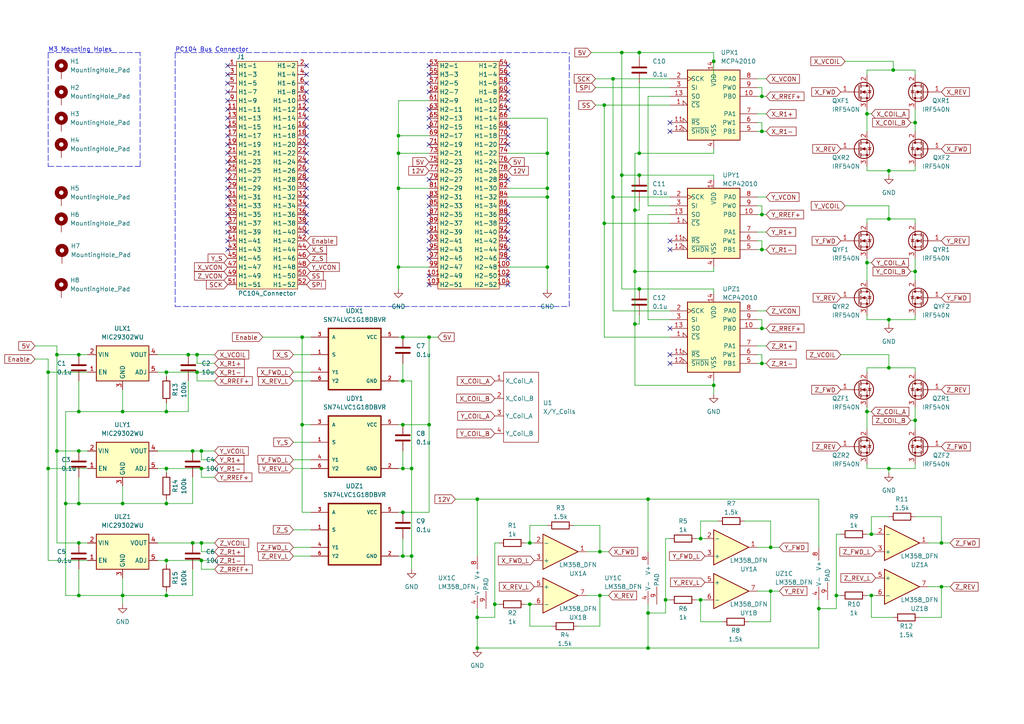
<source format=kicad_sch>
(kicad_sch (version 20211123) (generator eeschema)
  (paper "A4")
  (lib_symbols
    (symbol "Amplifier_Operational:LM358_DFN" (pin_names (offset 0.127))
      (property "Reference" "U" (at 0 5.08 0))
      (property "Value" "LM358_DFN" (at 0 -5.08 0))
      (symbol "LM358_DFN_1_1"
        (pin output line (at 7.62 0 180) (length 2.54) (name "~") (number "1"))
        (pin input line (at -7.62 -2.54 0) (length 2.54) (name "-") (number "2"))
        (pin input line (at -7.62 2.54 0) (length 2.54) (name "+") (number "3"))
      )
      (symbol "LM358_DFN_2_1"
        (pin input line (at -7.62 2.54 0) (length 2.54) (name "+") (number "5"))
        (pin input line (at -7.62 -2.54 0) (length 2.54) (name "-") (number "6"))
        (pin output line (at 7.62 0 180) (length 2.54) (name "~") (number "7"))
      )
      (symbol "LM358_DFN_3_1"
        (pin power_in line (at -2.54 -7.62 90) (length 3.81) (name "V-") (number "4"))
        (pin power_in line (at -2.54 7.62 270) (length 3.81) (name "V+") (number "8"))
        (pin power_in line (at 0 -7.62 90) (length 5.08) (name "PAD") (number "9"))
      )
    )
    (symbol "Coils:X{slash}Y_Coils"
      (property "Reference" "U" (at -11.43 3.81 0))
      (property "Value" "X{slash}Y_Coils" (at -7.62 6.35 0))
      (symbol "X{slash}Y_Coils_1_1"
        (pin unspecified line (at 1.27 -2.54 90) (length 2.54) (name "X_Coil_A") (number "1"))
        (pin unspecified line (at 6.35 -2.54 90) (length 2.54) (name "X_Coil_B") (number "2"))
        (pin unspecified line (at 11.43 -2.54 90) (length 2.54) (name "Y_Coil_A") (number "3"))
        (pin unspecified line (at 16.51 -2.54 90) (length 2.54) (name "Y_Coil_B") (number "4"))
      )
    )
    (symbol "Device:C" (pin_numbers hide) (pin_names (offset 0.254))
      (property "Reference" "C" (at 0.635 2.54 0))
      (property "Value" "C" (at 0.635 -2.54 0))
      (symbol "C_1_1"
        (pin passive line (at 0 3.81 270) (length 2.794) (name "~") (number "1"))
        (pin passive line (at 0 -3.81 90) (length 2.794) (name "~") (number "2"))
      )
    )
    (symbol "Device:R" (pin_numbers hide) (pin_names (offset 0))
      (property "Reference" "R" (at 2.032 0 90))
      (property "Value" "R" (at 0 0 90))
      (symbol "R_1_1"
        (pin passive line (at 0 3.81 270) (length 1.27) (name "~") (number "1"))
        (pin passive line (at 0 -3.81 90) (length 1.27) (name "~") (number "2"))
      )
    )
    (symbol "Mechanical:MountingHole_Pad" (pin_numbers hide) (pin_names (offset 1.016) hide)
      (property "Reference" "H" (at 0 6.35 0))
      (property "Value" "MountingHole_Pad" (at 0 4.445 0))
      (symbol "MountingHole_Pad_1_1"
        (pin input line (at 0 -2.54 90) (length 2.54) (name "1") (number "1"))
      )
    )
    (symbol "Potentiometer_Digital:MCP42010" (pin_names (offset 1.016))
      (property "Reference" "U" (at -7.62 11.43 0))
      (property "Value" "MCP42010" (at 2.54 11.43 0))
      (symbol "MCP42010_1_1"
        (pin input input_low (at -12.7 0 0) (length 5.08) (name "~{CS}") (number "1"))
        (pin passive line (at 12.7 2.54 180) (length 5.08) (name "PB0") (number "10"))
        (pin input input_low (at -12.7 -5.08 0) (length 5.08) (name "~{RS}") (number "11"))
        (pin input input_low (at -12.7 -7.62 0) (length 5.08) (name "~{SHDN}") (number "12"))
        (pin output line (at -12.7 2.54 0) (length 5.08) (name "SO") (number "13"))
        (pin power_in line (at 0 12.7 270) (length 2.54) (name "VDD") (number "14"))
        (pin input clock (at -12.7 7.62 0) (length 5.08) (name "SCK") (number "2"))
        (pin input line (at -12.7 5.08 0) (length 5.08) (name "SI") (number "3"))
        (pin power_in line (at 0 -12.7 90) (length 2.54) (name "VSS") (number "4"))
        (pin passive line (at 12.7 -7.62 180) (length 5.08) (name "PB1") (number "5"))
        (pin passive line (at 12.7 -5.08 180) (length 5.08) (name "PW1") (number "6"))
        (pin passive line (at 12.7 -2.54 180) (length 5.08) (name "PA1") (number "7"))
        (pin passive line (at 12.7 7.62 180) (length 5.08) (name "PA0") (number "8"))
        (pin passive line (at 12.7 5.08 180) (length 5.08) (name "PW0") (number "9"))
      )
    )
    (symbol "Regulator_Linear:MIC29302WU"
      (property "Reference" "U" (at -6.35 6.35 0))
      (property "Value" "MIC29302WU" (at 2.54 6.35 0))
      (symbol "MIC29302WU_1_1"
        (pin input line (at -10.16 -2.54 0) (length 2.54) (name "EN") (number "1"))
        (pin power_in line (at -10.16 2.54 0) (length 2.54) (name "VIN") (number "2"))
        (pin power_in line (at 0 -7.62 90) (length 2.54) (name "GND") (number "3"))
        (pin power_out line (at 10.16 2.54 180) (length 2.54) (name "VOUT") (number "4"))
        (pin input line (at 10.16 -2.54 180) (length 2.54) (name "ADJ") (number "5"))
      )
    )
    (symbol "SN74LVC1G18DBVR:SN74LVC1G18DBVR" (pin_names (offset 1.016))
      (property "Reference" "U" (at -5.08 3.81 0))
      (property "Value" "SN74LVC1G18DBVR" (at -12.7 -19.2278 0))
      (symbol "SN74LVC1G18DBVR_0_0"
        (pin bidirectional line (at -10.16 -5.08 0) (length 5.08) (name "S") (number "1"))
        (pin power_in line (at 15.24 -12.7 180) (length 5.08) (name "GND") (number "2"))
        (pin bidirectional line (at -10.16 0 0) (length 5.08) (name "A") (number "3"))
        (pin bidirectional line (at -10.16 -10.16 0) (length 5.08) (name "Y1") (number "4"))
        (pin power_in line (at 15.24 0 180) (length 5.08) (name "VCC") (number "5"))
        (pin bidirectional line (at -10.16 -12.7 0) (length 5.08) (name "Y2") (number "6"))
      )
    )
    (symbol "Transistor_FET:IRF540N" (pin_names hide)
      (property "Reference" "Q" (at 6.35 1.905 0))
      (property "Value" "IRF540N" (at 6.35 0 0))
      (symbol "IRF540N_1_1"
        (pin input line (at -5.08 0 0) (length 2.54) (name "G") (number "1"))
        (pin passive line (at 2.54 5.08 270) (length 2.54) (name "D") (number "2"))
        (pin passive line (at 2.54 -5.08 90) (length 2.54) (name "S") (number "3"))
      )
    )
    (symbol "power:GND" (power) (pin_names (offset 0))
      (property "Value" "GND" (at 0 -3.81 0))
      (symbol "GND_1_1"
        (pin power_in line (at 0 0 270) (length 0) hide (name "GND") (number "1"))
      )
    )
    (symbol "qset-connector-library:PC104_Connector"
      (property "Reference" "J" (at -36.83 -71.12 0))
      (property "Value" "PC104_Connector" (at -26.67 -71.12 0))
      (symbol "PC104_Connector_1_1"
        (pin bidirectional line (at -40.64 -3.81 0) (length 2.54) (name "H1-1") (number "1"))
        (pin bidirectional line (at -17.78 -13.97 180) (length 2.54) (name "H1-10") (number "10"))
        (pin bidirectional line (at 40.64 -62.23 180) (length 2.54) (name "H2-48") (number "100"))
        (pin bidirectional line (at 17.78 -64.77 0) (length 2.54) (name "H2-49") (number "101"))
        (pin bidirectional line (at 40.64 -64.77 180) (length 2.54) (name "H2-50") (number "102"))
        (pin bidirectional line (at 17.78 -67.31 0) (length 2.54) (name "H2-51") (number "103"))
        (pin bidirectional line (at 40.64 -67.31 180) (length 2.54) (name "H2-52") (number "104"))
        (pin bidirectional line (at -40.64 -16.51 0) (length 2.54) (name "H1-11") (number "11"))
        (pin bidirectional line (at -17.78 -16.51 180) (length 2.54) (name "H1-12") (number "12"))
        (pin bidirectional line (at -40.64 -19.05 0) (length 2.54) (name "H1-13") (number "13"))
        (pin bidirectional line (at -17.78 -19.05 180) (length 2.54) (name "H1-14") (number "14"))
        (pin bidirectional line (at -40.64 -21.59 0) (length 2.54) (name "H1-15") (number "15"))
        (pin bidirectional line (at -17.78 -21.59 180) (length 2.54) (name "H1-16") (number "16"))
        (pin bidirectional line (at -40.64 -24.13 0) (length 2.54) (name "H1-17") (number "17"))
        (pin bidirectional line (at -17.78 -24.13 180) (length 2.54) (name "H1-18") (number "18"))
        (pin bidirectional line (at -40.64 -26.67 0) (length 2.54) (name "H1-19") (number "19"))
        (pin bidirectional line (at -17.78 -3.81 180) (length 2.54) (name "H1-2") (number "2"))
        (pin bidirectional line (at -17.78 -26.67 180) (length 2.54) (name "H1-20") (number "20"))
        (pin bidirectional line (at -40.64 -29.21 0) (length 2.54) (name "H1-21") (number "21"))
        (pin bidirectional line (at -17.78 -29.21 180) (length 2.54) (name "H1-22") (number "22"))
        (pin bidirectional line (at -40.64 -31.75 0) (length 2.54) (name "H1-23") (number "23"))
        (pin bidirectional line (at -17.78 -31.75 180) (length 2.54) (name "H1-24") (number "24"))
        (pin bidirectional line (at -40.64 -34.29 0) (length 2.54) (name "H1-25") (number "25"))
        (pin bidirectional line (at -17.78 -34.29 180) (length 2.54) (name "H1-26") (number "26"))
        (pin bidirectional line (at -40.64 -36.83 0) (length 2.54) (name "H1-27") (number "27"))
        (pin bidirectional line (at -17.78 -36.83 180) (length 2.54) (name "H1-28") (number "28"))
        (pin bidirectional line (at -40.64 -39.37 0) (length 2.54) (name "H1-29") (number "29"))
        (pin bidirectional line (at -40.64 -6.35 0) (length 2.54) (name "H1-3") (number "3"))
        (pin bidirectional line (at -17.78 -39.37 180) (length 2.54) (name "H1-30") (number "30"))
        (pin bidirectional line (at -40.64 -41.91 0) (length 2.54) (name "H1-31") (number "31"))
        (pin bidirectional line (at -17.78 -41.91 180) (length 2.54) (name "H1-32") (number "32"))
        (pin bidirectional line (at -40.64 -44.45 0) (length 2.54) (name "H1-33") (number "33"))
        (pin bidirectional line (at -17.78 -44.45 180) (length 2.54) (name "H1-34") (number "34"))
        (pin bidirectional line (at -40.64 -46.99 0) (length 2.54) (name "H1-35") (number "35"))
        (pin bidirectional line (at -17.78 -46.99 180) (length 2.54) (name "H1-36") (number "36"))
        (pin bidirectional line (at -40.64 -49.53 0) (length 2.54) (name "H1-37") (number "37"))
        (pin bidirectional line (at -17.78 -49.53 180) (length 2.54) (name "H1-38") (number "38"))
        (pin bidirectional line (at -40.64 -52.07 0) (length 2.54) (name "H1-39") (number "39"))
        (pin bidirectional line (at -17.78 -6.35 180) (length 2.54) (name "H1-4") (number "4"))
        (pin bidirectional line (at -17.78 -52.07 180) (length 2.54) (name "H1-40") (number "40"))
        (pin bidirectional line (at -40.64 -54.61 0) (length 2.54) (name "H1-41") (number "41"))
        (pin bidirectional line (at -17.78 -54.61 180) (length 2.54) (name "H1-42") (number "42"))
        (pin bidirectional line (at -40.64 -57.15 0) (length 2.54) (name "H1-43") (number "43"))
        (pin bidirectional line (at -17.78 -57.15 180) (length 2.54) (name "H1-44") (number "44"))
        (pin bidirectional line (at -40.64 -59.69 0) (length 2.54) (name "H1-45") (number "45"))
        (pin bidirectional line (at -17.78 -59.69 180) (length 2.54) (name "H1-46") (number "46"))
        (pin bidirectional line (at -40.64 -62.23 0) (length 2.54) (name "H1-47") (number "47"))
        (pin bidirectional line (at -17.78 -62.23 180) (length 2.54) (name "H1-48") (number "48"))
        (pin bidirectional line (at -40.64 -64.77 0) (length 2.54) (name "H1-49") (number "49"))
        (pin bidirectional line (at -40.64 -8.89 0) (length 2.54) (name "H1-5") (number "5"))
        (pin bidirectional line (at -17.78 -64.77 180) (length 2.54) (name "H1-50") (number "50"))
        (pin bidirectional line (at -40.64 -67.31 0) (length 2.54) (name "H1-51") (number "51"))
        (pin bidirectional line (at -17.78 -67.31 180) (length 2.54) (name "H1-52") (number "52"))
        (pin bidirectional line (at 17.78 -3.81 0) (length 2.54) (name "H2-1") (number "53"))
        (pin bidirectional line (at 40.64 -3.81 180) (length 2.54) (name "H1-2") (number "54"))
        (pin bidirectional line (at 17.78 -6.35 0) (length 2.54) (name "H3-3") (number "55"))
        (pin bidirectional line (at 40.64 -6.35 180) (length 2.54) (name "H1-4") (number "56"))
        (pin bidirectional line (at 17.78 -8.89 0) (length 2.54) (name "H2-5") (number "57"))
        (pin bidirectional line (at 40.64 -8.89 180) (length 2.54) (name "H1-6") (number "58"))
        (pin bidirectional line (at 17.78 -11.43 0) (length 2.54) (name "H2-7") (number "59"))
        (pin bidirectional line (at -17.78 -8.89 180) (length 2.54) (name "H1-6") (number "6"))
        (pin bidirectional line (at 40.64 -11.43 180) (length 2.54) (name "H1-8") (number "60"))
        (pin bidirectional line (at 17.78 -13.97 0) (length 2.54) (name "H2-9") (number "61"))
        (pin bidirectional line (at 40.64 -13.97 180) (length 2.54) (name "H1-10") (number "62"))
        (pin bidirectional line (at 17.78 -16.51 0) (length 2.54) (name "H2-11") (number "63"))
        (pin bidirectional line (at 40.64 -16.51 180) (length 2.54) (name "H1-12") (number "64"))
        (pin bidirectional line (at 17.78 -19.05 0) (length 2.54) (name "H2-13") (number "65"))
        (pin bidirectional line (at 40.64 -19.05 180) (length 2.54) (name "H1-14") (number "66"))
        (pin bidirectional line (at 17.78 -21.59 0) (length 2.54) (name "H2-15") (number "67"))
        (pin bidirectional line (at 40.64 -21.59 180) (length 2.54) (name "H1-16") (number "68"))
        (pin bidirectional line (at 17.78 -24.13 0) (length 2.54) (name "H2-17") (number "69"))
        (pin bidirectional line (at -40.64 -11.43 0) (length 2.54) (name "H1-7") (number "7"))
        (pin bidirectional line (at 40.64 -24.13 180) (length 2.54) (name "H1-18") (number "70"))
        (pin bidirectional line (at 17.78 -26.67 0) (length 2.54) (name "H2-19") (number "71"))
        (pin bidirectional line (at 40.64 -26.67 180) (length 2.54) (name "H1-20") (number "72"))
        (pin bidirectional line (at 17.78 -29.21 0) (length 2.54) (name "H2-21") (number "73"))
        (pin bidirectional line (at 40.64 -29.21 180) (length 2.54) (name "H1-22") (number "74"))
        (pin bidirectional line (at 17.78 -31.75 0) (length 2.54) (name "H2-23") (number "75"))
        (pin bidirectional line (at 40.64 -31.75 180) (length 2.54) (name "H1-24") (number "76"))
        (pin bidirectional line (at 17.78 -34.29 0) (length 2.54) (name "H2-25") (number "77"))
        (pin bidirectional line (at 40.64 -34.29 180) (length 2.54) (name "H1-26") (number "78"))
        (pin bidirectional line (at 17.78 -36.83 0) (length 2.54) (name "H2-27") (number "79"))
        (pin bidirectional line (at -17.78 -11.43 180) (length 2.54) (name "H1-8") (number "8"))
        (pin bidirectional line (at 40.64 -36.83 180) (length 2.54) (name "H1-28") (number "80"))
        (pin bidirectional line (at 17.78 -39.37 0) (length 2.54) (name "H2-29") (number "81"))
        (pin bidirectional line (at 40.64 -39.37 180) (length 2.54) (name "H1-30") (number "82"))
        (pin bidirectional line (at 17.78 -41.91 0) (length 2.54) (name "H2-31") (number "83"))
        (pin bidirectional line (at 40.64 -41.91 180) (length 2.54) (name "H1-32") (number "84"))
        (pin bidirectional line (at 17.78 -44.45 0) (length 2.54) (name "H2-33") (number "85"))
        (pin bidirectional line (at 40.64 -44.45 180) (length 2.54) (name "H1-34") (number "86"))
        (pin bidirectional line (at 17.78 -46.99 0) (length 2.54) (name "H2-35") (number "87"))
        (pin bidirectional line (at 40.64 -46.99 180) (length 2.54) (name "H1-36") (number "88"))
        (pin bidirectional line (at 17.78 -49.53 0) (length 2.54) (name "H2-37") (number "89"))
        (pin bidirectional line (at -40.64 -13.97 0) (length 2.54) (name "H1-9") (number "9"))
        (pin bidirectional line (at 40.64 -49.53 180) (length 2.54) (name "H1-38") (number "90"))
        (pin bidirectional line (at 17.78 -52.07 0) (length 2.54) (name "H2-39") (number "91"))
        (pin bidirectional line (at 40.64 -52.07 180) (length 2.54) (name "H1-40") (number "92"))
        (pin bidirectional line (at 17.78 -54.61 0) (length 2.54) (name "H2-41") (number "93"))
        (pin bidirectional line (at 40.64 -54.61 180) (length 2.54) (name "H1-42") (number "94"))
        (pin bidirectional line (at 17.78 -57.15 0) (length 2.54) (name "H2-43") (number "95"))
        (pin bidirectional line (at 40.64 -57.15 180) (length 2.54) (name "H1-44") (number "96"))
        (pin bidirectional line (at 17.78 -59.69 0) (length 2.54) (name "H2-45") (number "97"))
        (pin bidirectional line (at 40.64 -59.69 180) (length 2.54) (name "H2-46") (number "98"))
        (pin bidirectional line (at 17.78 -62.23 0) (length 2.54) (name "H2-47") (number "99"))
      )
    )
  )
  (junction (at 55.88 157.48))
  (junction (at 116.84 148.59))
  (junction (at 115.57 39.37))
  (junction (at 22.86 119.38))
  (junction (at 158.75 54.61))
  (junction (at 35.56 146.05))
  (junction (at 220.98 27.94))
  (junction (at 257.81 49.53))
  (junction (at 177.8 22.86))
  (junction (at 153.67 175.26))
  (junction (at 22.86 146.05))
  (junction (at 265.43 35.56))
  (junction (at 257.81 106.68))
  (junction (at 143.51 175.26))
  (junction (at 35.56 119.38))
  (junction (at 48.26 172.72))
  (junction (at 48.26 135.89))
  (junction (at 158.75 77.47))
  (junction (at 220.98 95.25))
  (junction (at 16.51 130.81))
  (junction (at 223.52 171.45))
  (junction (at 116.84 123.19))
  (junction (at 48.26 162.56))
  (junction (at 265.43 121.92))
  (junction (at 257.81 92.71))
  (junction (at 252.73 172.72))
  (junction (at 184.15 93.98))
  (junction (at 180.34 15.24))
  (junction (at 185.42 15.24))
  (junction (at 175.26 30.48))
  (junction (at 115.57 54.61))
  (junction (at 220.98 105.41))
  (junction (at 223.52 158.75))
  (junction (at 251.46 33.02))
  (junction (at 158.75 44.45))
  (junction (at 187.96 187.96))
  (junction (at 115.57 77.47))
  (junction (at 58.42 157.48))
  (junction (at 203.2 156.21))
  (junction (at 48.26 107.95))
  (junction (at 124.46 97.79))
  (junction (at 116.84 97.79))
  (junction (at 184.15 60.96))
  (junction (at 119.38 161.29))
  (junction (at 193.04 173.99))
  (junction (at 58.42 135.89))
  (junction (at 273.05 170.18))
  (junction (at 57.15 107.95))
  (junction (at 220.98 38.1))
  (junction (at 251.46 76.2))
  (junction (at 185.42 83.82))
  (junction (at 273.05 157.48))
  (junction (at 257.81 135.89))
  (junction (at 185.42 50.8))
  (junction (at 55.88 130.81))
  (junction (at 116.84 110.49))
  (junction (at 257.81 63.5))
  (junction (at 13.97 107.95))
  (junction (at 57.15 102.87))
  (junction (at 87.63 97.79))
  (junction (at 251.46 119.38))
  (junction (at 119.38 135.89))
  (junction (at 185.42 44.45))
  (junction (at 207.01 111.76))
  (junction (at 259.08 20.32))
  (junction (at 265.43 78.74))
  (junction (at 138.43 144.78))
  (junction (at 237.49 176.53))
  (junction (at 13.97 135.89))
  (junction (at 48.26 119.38))
  (junction (at 180.34 50.8))
  (junction (at 22.86 157.48))
  (junction (at 175.26 64.77))
  (junction (at 22.86 102.87))
  (junction (at 242.57 172.72))
  (junction (at 19.05 146.05))
  (junction (at 220.98 72.39))
  (junction (at 173.99 172.72))
  (junction (at 115.57 44.45))
  (junction (at 35.56 172.72))
  (junction (at 58.42 130.81))
  (junction (at 252.73 154.94))
  (junction (at 220.98 62.23))
  (junction (at 58.42 162.56))
  (junction (at 116.84 135.89))
  (junction (at 207.01 17.78))
  (junction (at 138.43 179.07))
  (junction (at 87.63 123.19))
  (junction (at 177.8 57.15))
  (junction (at 124.46 123.19))
  (junction (at 54.61 102.87))
  (junction (at 184.15 78.74))
  (junction (at 16.51 102.87))
  (junction (at 203.2 173.99))
  (junction (at 153.67 157.48))
  (junction (at 187.96 177.8))
  (junction (at 48.26 146.05))
  (junction (at 158.75 57.15))
  (junction (at 22.86 172.72))
  (junction (at 116.84 161.29))
  (junction (at 173.99 160.02))
  (junction (at 22.86 130.81))
  (junction (at 138.43 187.96))
  (junction (at 187.96 144.78))
  (no_connect (at 194.31 38.1))
  (no_connect (at 194.31 105.41))
  (no_connect (at 124.46 41.91))
  (no_connect (at 147.32 41.91))
  (no_connect (at 66.04 29.21))
  (no_connect (at 66.04 31.75))
  (no_connect (at 66.04 46.99))
  (no_connect (at 66.04 19.05))
  (no_connect (at 66.04 21.59))
  (no_connect (at 66.04 24.13))
  (no_connect (at 66.04 26.67))
  (no_connect (at 66.04 34.29))
  (no_connect (at 66.04 36.83))
  (no_connect (at 66.04 39.37))
  (no_connect (at 66.04 41.91))
  (no_connect (at 66.04 44.45))
  (no_connect (at 66.04 59.69))
  (no_connect (at 66.04 62.23))
  (no_connect (at 66.04 64.77))
  (no_connect (at 66.04 67.31))
  (no_connect (at 66.04 69.85))
  (no_connect (at 66.04 72.39))
  (no_connect (at 88.9 67.31))
  (no_connect (at 88.9 64.77))
  (no_connect (at 88.9 62.23))
  (no_connect (at 88.9 59.69))
  (no_connect (at 66.04 49.53))
  (no_connect (at 66.04 52.07))
  (no_connect (at 66.04 54.61))
  (no_connect (at 66.04 57.15))
  (no_connect (at 88.9 57.15))
  (no_connect (at 88.9 54.61))
  (no_connect (at 88.9 52.07))
  (no_connect (at 88.9 49.53))
  (no_connect (at 88.9 46.99))
  (no_connect (at 88.9 44.45))
  (no_connect (at 88.9 41.91))
  (no_connect (at 88.9 36.83))
  (no_connect (at 88.9 39.37))
  (no_connect (at 88.9 19.05))
  (no_connect (at 88.9 21.59))
  (no_connect (at 88.9 24.13))
  (no_connect (at 88.9 26.67))
  (no_connect (at 88.9 29.21))
  (no_connect (at 88.9 31.75))
  (no_connect (at 88.9 34.29))
  (no_connect (at 124.46 31.75))
  (no_connect (at 124.46 19.05))
  (no_connect (at 124.46 21.59))
  (no_connect (at 124.46 24.13))
  (no_connect (at 124.46 26.67))
  (no_connect (at 124.46 34.29))
  (no_connect (at 124.46 36.83))
  (no_connect (at 124.46 52.07))
  (no_connect (at 124.46 59.69))
  (no_connect (at 124.46 62.23))
  (no_connect (at 124.46 64.77))
  (no_connect (at 124.46 67.31))
  (no_connect (at 124.46 69.85))
  (no_connect (at 124.46 72.39))
  (no_connect (at 124.46 74.93))
  (no_connect (at 124.46 80.01))
  (no_connect (at 124.46 82.55))
  (no_connect (at 147.32 82.55))
  (no_connect (at 147.32 80.01))
  (no_connect (at 147.32 74.93))
  (no_connect (at 147.32 72.39))
  (no_connect (at 147.32 69.85))
  (no_connect (at 147.32 67.31))
  (no_connect (at 147.32 64.77))
  (no_connect (at 147.32 62.23))
  (no_connect (at 147.32 59.69))
  (no_connect (at 147.32 52.07))
  (no_connect (at 194.31 69.85))
  (no_connect (at 194.31 35.56))
  (no_connect (at 194.31 95.25))
  (no_connect (at 124.46 57.15))
  (no_connect (at 194.31 72.39))
  (no_connect (at 194.31 102.87))
  (no_connect (at 147.32 29.21))
  (no_connect (at 147.32 19.05))
  (no_connect (at 147.32 21.59))
  (no_connect (at 147.32 24.13))
  (no_connect (at 147.32 26.67))
  (no_connect (at 147.32 39.37))
  (no_connect (at 147.32 36.83))
  (no_connect (at 147.32 31.75))
  (wire (pts (xy 35.56 172.72) (xy 35.56 175.26)))
  (wire (pts (xy 58.42 138.43) (xy 58.42 135.89)))
  (wire (pts (xy 173.99 181.61) (xy 173.99 172.72)))
  (wire (pts (xy 10.16 104.14) (xy 13.97 104.14)))
  (wire (pts (xy 265.43 134.62) (xy 265.43 135.89)))
  (wire (pts (xy 220.98 27.94) (xy 222.25 27.94)))
  (wire (pts (xy 85.09 128.27) (xy 90.17 128.27)))
  (wire (pts (xy 265.43 48.26) (xy 265.43 49.53)))
  (wire (pts (xy 116.84 135.89) (xy 119.38 135.89)))
  (wire (pts (xy 237.49 176.53) (xy 237.49 187.96)))
  (wire (pts (xy 252.73 172.72) (xy 254 172.72)))
  (wire (pts (xy 187.96 177.8) (xy 187.96 187.96)))
  (wire (pts (xy 116.84 110.49) (xy 119.38 110.49)))
  (wire (pts (xy 87.63 97.79) (xy 87.63 123.19)))
  (wire (pts (xy 138.43 144.78) (xy 138.43 161.29)))
  (wire (pts (xy 251.46 119.38) (xy 252.73 119.38)))
  (wire (pts (xy 219.71 33.02) (xy 222.25 33.02)))
  (wire (pts (xy 252.73 149.86) (xy 257.81 149.86)))
  (wire (pts (xy 138.43 144.78) (xy 187.96 144.78)))
  (wire (pts (xy 19.05 119.38) (xy 22.86 119.38)))
  (wire (pts (xy 185.42 50.8) (xy 207.01 50.8)))
  (wire (pts (xy 147.32 54.61) (xy 158.75 54.61)))
  (wire (pts (xy 158.75 54.61) (xy 158.75 57.15)))
  (wire (pts (xy 207.01 83.82) (xy 207.01 85.09)))
  (wire (pts (xy 45.72 135.89) (xy 48.26 135.89)))
  (polyline (pts (xy 50.8 15.24) (xy 50.8 88.9)))
  (wire (pts (xy 116.84 156.21) (xy 116.84 161.29)))
  (wire (pts (xy 243.84 154.94) (xy 242.57 154.94)))
  (wire (pts (xy 203.2 151.13) (xy 208.28 151.13)))
  (wire (pts (xy 115.57 29.21) (xy 124.46 29.21)))
  (wire (pts (xy 87.63 123.19) (xy 87.63 148.59)))
  (wire (pts (xy 35.56 113.03) (xy 35.56 119.38)))
  (wire (pts (xy 251.46 119.38) (xy 251.46 124.46)))
  (wire (pts (xy 153.67 157.48) (xy 153.67 152.4)))
  (wire (pts (xy 187.96 175.26) (xy 187.96 177.8)))
  (wire (pts (xy 257.81 106.68) (xy 265.43 106.68)))
  (wire (pts (xy 116.84 130.81) (xy 116.84 135.89)))
  (wire (pts (xy 138.43 187.96) (xy 187.96 187.96)))
  (wire (pts (xy 251.46 106.68) (xy 257.81 106.68)))
  (wire (pts (xy 87.63 148.59) (xy 90.17 148.59)))
  (wire (pts (xy 194.31 156.21) (xy 193.04 156.21)))
  (wire (pts (xy 16.51 102.87) (xy 16.51 130.81)))
  (wire (pts (xy 85.09 161.29) (xy 90.17 161.29)))
  (wire (pts (xy 251.46 21.59) (xy 251.46 20.32)))
  (wire (pts (xy 194.31 62.23) (xy 187.96 62.23)))
  (wire (pts (xy 175.26 64.77) (xy 194.31 64.77)))
  (wire (pts (xy 48.26 162.56) (xy 45.72 162.56)))
  (wire (pts (xy 35.56 167.64) (xy 35.56 172.72)))
  (wire (pts (xy 273.05 149.86) (xy 273.05 157.48)))
  (wire (pts (xy 242.57 154.94) (xy 242.57 172.72)))
  (wire (pts (xy 48.26 146.05) (xy 35.56 146.05)))
  (wire (pts (xy 257.81 102.87) (xy 257.81 106.68)))
  (wire (pts (xy 184.15 93.98) (xy 184.15 111.76)))
  (wire (pts (xy 187.96 27.94) (xy 187.96 59.69)))
  (wire (pts (xy 48.26 107.95) (xy 45.72 107.95)))
  (wire (pts (xy 124.46 148.59) (xy 116.84 148.59)))
  (wire (pts (xy 220.98 72.39) (xy 222.25 72.39)))
  (wire (pts (xy 219.71 90.17) (xy 222.25 90.17)))
  (wire (pts (xy 187.96 92.71) (xy 194.31 92.71)))
  (wire (pts (xy 185.42 60.96) (xy 184.15 60.96)))
  (wire (pts (xy 264.16 35.56) (xy 265.43 35.56)))
  (wire (pts (xy 58.42 160.02) (xy 58.42 157.48)))
  (wire (pts (xy 259.08 17.78) (xy 259.08 20.32)))
  (wire (pts (xy 173.99 160.02) (xy 176.53 160.02)))
  (wire (pts (xy 219.71 35.56) (xy 220.98 35.56)))
  (wire (pts (xy 13.97 104.14) (xy 13.97 107.95)))
  (wire (pts (xy 158.75 44.45) (xy 158.75 54.61)))
  (wire (pts (xy 251.46 134.62) (xy 251.46 135.89)))
  (wire (pts (xy 153.67 152.4) (xy 158.75 152.4)))
  (wire (pts (xy 144.78 175.26) (xy 143.51 175.26)))
  (wire (pts (xy 242.57 172.72) (xy 242.57 176.53)))
  (wire (pts (xy 48.26 135.89) (xy 48.26 137.16)))
  (wire (pts (xy 185.42 93.98) (xy 184.15 93.98)))
  (wire (pts (xy 259.08 20.32) (xy 265.43 20.32)))
  (wire (pts (xy 219.71 38.1) (xy 220.98 38.1)))
  (wire (pts (xy 251.46 49.53) (xy 257.81 49.53)))
  (wire (pts (xy 48.26 135.89) (xy 58.42 135.89)))
  (wire (pts (xy 22.86 119.38) (xy 35.56 119.38)))
  (wire (pts (xy 251.46 31.75) (xy 251.46 33.02)))
  (wire (pts (xy 257.81 135.89) (xy 257.81 137.16)))
  (wire (pts (xy 173.99 172.72) (xy 176.53 172.72)))
  (wire (pts (xy 223.52 171.45) (xy 226.06 171.45)))
  (wire (pts (xy 13.97 162.56) (xy 25.4 162.56)))
  (wire (pts (xy 57.15 107.95) (xy 57.15 110.49)))
  (wire (pts (xy 264.16 78.74) (xy 265.43 78.74)))
  (wire (pts (xy 220.98 105.41) (xy 222.25 105.41)))
  (wire (pts (xy 158.75 34.29) (xy 158.75 44.45)))
  (wire (pts (xy 166.37 152.4) (xy 173.99 152.4)))
  (wire (pts (xy 76.2 97.79) (xy 87.63 97.79)))
  (wire (pts (xy 251.46 135.89) (xy 257.81 135.89)))
  (wire (pts (xy 138.43 179.07) (xy 138.43 187.96)))
  (wire (pts (xy 177.8 90.17) (xy 194.31 90.17)))
  (wire (pts (xy 180.34 15.24) (xy 185.42 15.24)))
  (wire (pts (xy 223.52 158.75) (xy 219.71 158.75)))
  (wire (pts (xy 220.98 62.23) (xy 222.25 62.23)))
  (wire (pts (xy 219.71 22.86) (xy 222.25 22.86)))
  (wire (pts (xy 220.98 25.4) (xy 220.98 27.94)))
  (wire (pts (xy 215.9 151.13) (xy 223.52 151.13)))
  (wire (pts (xy 152.4 175.26) (xy 153.67 175.26)))
  (wire (pts (xy 187.96 144.78) (xy 187.96 160.02)))
  (wire (pts (xy 219.71 57.15) (xy 222.25 57.15)))
  (wire (pts (xy 187.96 59.69) (xy 194.31 59.69)))
  (wire (pts (xy 173.99 160.02) (xy 170.18 160.02)))
  (wire (pts (xy 219.71 105.41) (xy 220.98 105.41)))
  (wire (pts (xy 85.09 107.95) (xy 90.17 107.95)))
  (wire (pts (xy 177.8 57.15) (xy 194.31 57.15)))
  (wire (pts (xy 48.26 109.22) (xy 48.26 107.95)))
  (wire (pts (xy 203.2 173.99) (xy 203.2 180.34)))
  (wire (pts (xy 55.88 138.43) (xy 55.88 146.05)))
  (wire (pts (xy 219.71 102.87) (xy 220.98 102.87)))
  (wire (pts (xy 251.46 48.26) (xy 251.46 49.53)))
  (polyline (pts (xy 13.97 15.24) (xy 13.97 48.26)))
  (wire (pts (xy 22.86 102.87) (xy 25.4 102.87)))
  (wire (pts (xy 266.7 179.07) (xy 273.05 179.07)))
  (wire (pts (xy 143.51 157.48) (xy 143.51 175.26)))
  (wire (pts (xy 57.15 105.41) (xy 62.23 105.41)))
  (wire (pts (xy 115.57 77.47) (xy 115.57 83.82)))
  (wire (pts (xy 119.38 161.29) (xy 119.38 165.1)))
  (wire (pts (xy 54.61 110.49) (xy 54.61 119.38)))
  (wire (pts (xy 171.45 15.24) (xy 180.34 15.24)))
  (wire (pts (xy 257.81 49.53) (xy 265.43 49.53)))
  (wire (pts (xy 194.31 173.99) (xy 193.04 173.99)))
  (wire (pts (xy 265.43 78.74) (xy 265.43 81.28)))
  (wire (pts (xy 22.86 157.48) (xy 25.4 157.48)))
  (wire (pts (xy 180.34 50.8) (xy 185.42 50.8)))
  (wire (pts (xy 184.15 111.76) (xy 207.01 111.76)))
  (wire (pts (xy 245.11 59.69) (xy 257.81 59.69)))
  (wire (pts (xy 207.01 44.45) (xy 207.01 43.18)))
  (wire (pts (xy 48.26 119.38) (xy 35.56 119.38)))
  (wire (pts (xy 173.99 172.72) (xy 170.18 172.72)))
  (wire (pts (xy 185.42 15.24) (xy 207.01 15.24)))
  (wire (pts (xy 203.2 173.99) (xy 204.47 173.99)))
  (wire (pts (xy 207.01 78.74) (xy 184.15 78.74)))
  (wire (pts (xy 177.8 22.86) (xy 177.8 57.15)))
  (wire (pts (xy 265.43 121.92) (xy 265.43 124.46)))
  (wire (pts (xy 251.46 91.44) (xy 251.46 92.71)))
  (polyline (pts (xy 50.8 88.9) (xy 165.1 88.9)))
  (wire (pts (xy 220.98 95.25) (xy 222.25 95.25)))
  (wire (pts (xy 173.99 152.4) (xy 173.99 160.02)))
  (wire (pts (xy 207.01 50.8) (xy 207.01 52.07)))
  (wire (pts (xy 19.05 146.05) (xy 19.05 172.72)))
  (wire (pts (xy 177.8 22.86) (xy 194.31 22.86)))
  (wire (pts (xy 143.51 179.07) (xy 138.43 179.07)))
  (wire (pts (xy 62.23 165.1) (xy 58.42 165.1)))
  (wire (pts (xy 265.43 20.32) (xy 265.43 21.59)))
  (wire (pts (xy 203.2 156.21) (xy 203.2 151.13)))
  (wire (pts (xy 201.93 173.99) (xy 203.2 173.99)))
  (polyline (pts (xy 40.64 48.26) (xy 40.64 15.24)))
  (wire (pts (xy 203.2 156.21) (xy 204.47 156.21)))
  (wire (pts (xy 252.73 172.72) (xy 252.73 179.07)))
  (wire (pts (xy 144.78 157.48) (xy 143.51 157.48)))
  (wire (pts (xy 207.01 15.24) (xy 207.01 17.78)))
  (wire (pts (xy 219.71 100.33) (xy 222.25 100.33)))
  (wire (pts (xy 58.42 162.56) (xy 62.23 162.56)))
  (wire (pts (xy 265.43 91.44) (xy 265.43 92.71)))
  (wire (pts (xy 223.52 151.13) (xy 223.52 158.75)))
  (wire (pts (xy 85.09 135.89) (xy 90.17 135.89)))
  (wire (pts (xy 116.84 105.41) (xy 116.84 110.49)))
  (wire (pts (xy 252.73 154.94) (xy 252.73 149.86)))
  (wire (pts (xy 207.01 111.76) (xy 207.01 110.49)))
  (wire (pts (xy 273.05 170.18) (xy 275.59 170.18)))
  (wire (pts (xy 273.05 157.48) (xy 269.24 157.48)))
  (wire (pts (xy 115.57 39.37) (xy 115.57 29.21)))
  (wire (pts (xy 19.05 119.38) (xy 19.05 146.05)))
  (wire (pts (xy 184.15 78.74) (xy 184.15 93.98)))
  (wire (pts (xy 223.52 180.34) (xy 223.52 171.45)))
  (wire (pts (xy 153.67 175.26) (xy 153.67 181.61)))
  (wire (pts (xy 187.96 62.23) (xy 187.96 92.71)))
  (wire (pts (xy 158.75 77.47) (xy 158.75 83.82)))
  (wire (pts (xy 251.46 33.02) (xy 252.73 33.02)))
  (wire (pts (xy 193.04 156.21) (xy 193.04 173.99)))
  (wire (pts (xy 220.98 35.56) (xy 220.98 38.1)))
  (wire (pts (xy 87.63 123.19) (xy 90.17 123.19)))
  (wire (pts (xy 116.84 97.79) (xy 124.46 97.79)))
  (wire (pts (xy 116.84 161.29) (xy 119.38 161.29)))
  (wire (pts (xy 45.72 102.87) (xy 54.61 102.87)))
  (wire (pts (xy 85.09 110.49) (xy 90.17 110.49)))
  (wire (pts (xy 16.51 130.81) (xy 22.86 130.81)))
  (wire (pts (xy 115.57 44.45) (xy 115.57 54.61)))
  (wire (pts (xy 167.64 181.61) (xy 173.99 181.61)))
  (wire (pts (xy 85.09 133.35) (xy 90.17 133.35)))
  (wire (pts (xy 16.51 102.87) (xy 22.86 102.87)))
  (wire (pts (xy 147.32 44.45) (xy 158.75 44.45)))
  (wire (pts (xy 58.42 133.35) (xy 58.42 130.81)))
  (wire (pts (xy 185.42 58.42) (xy 185.42 60.96)))
  (wire (pts (xy 251.46 107.95) (xy 251.46 106.68)))
  (wire (pts (xy 251.46 64.77) (xy 251.46 63.5)))
  (wire (pts (xy 265.43 63.5) (xy 265.43 64.77)))
  (wire (pts (xy 143.51 175.26) (xy 143.51 179.07)))
  (wire (pts (xy 115.57 54.61) (xy 115.57 77.47)))
  (wire (pts (xy 13.97 135.89) (xy 25.4 135.89)))
  (wire (pts (xy 257.81 135.89) (xy 265.43 135.89)))
  (wire (pts (xy 153.67 175.26) (xy 154.94 175.26)))
  (wire (pts (xy 264.16 121.92) (xy 265.43 121.92)))
  (wire (pts (xy 22.86 165.1) (xy 22.86 172.72)))
  (wire (pts (xy 223.52 171.45) (xy 219.71 171.45)))
  (wire (pts (xy 35.56 172.72) (xy 48.26 172.72)))
  (wire (pts (xy 138.43 176.53) (xy 138.43 179.07)))
  (wire (pts (xy 251.46 63.5) (xy 257.81 63.5)))
  (wire (pts (xy 243.84 102.87) (xy 257.81 102.87)))
  (wire (pts (xy 187.96 187.96) (xy 237.49 187.96)))
  (wire (pts (xy 22.86 110.49) (xy 22.86 119.38)))
  (wire (pts (xy 180.34 83.82) (xy 185.42 83.82)))
  (wire (pts (xy 245.11 17.78) (xy 259.08 17.78)))
  (wire (pts (xy 193.04 177.8) (xy 187.96 177.8)))
  (wire (pts (xy 203.2 180.34) (xy 209.55 180.34)))
  (wire (pts (xy 119.38 135.89) (xy 119.38 161.29)))
  (wire (pts (xy 124.46 123.19) (xy 116.84 123.19)))
  (wire (pts (xy 35.56 140.97) (xy 35.56 146.05)))
  (wire (pts (xy 147.32 57.15) (xy 158.75 57.15)))
  (wire (pts (xy 223.52 158.75) (xy 226.06 158.75)))
  (wire (pts (xy 180.34 50.8) (xy 180.34 83.82)))
  (wire (pts (xy 257.81 59.69) (xy 257.81 63.5)))
  (wire (pts (xy 45.72 130.81) (xy 55.88 130.81)))
  (wire (pts (xy 48.26 107.95) (xy 57.15 107.95)))
  (wire (pts (xy 116.84 148.59) (xy 115.57 148.59)))
  (wire (pts (xy 207.01 111.76) (xy 207.01 114.3)))
  (wire (pts (xy 201.93 156.21) (xy 203.2 156.21)))
  (wire (pts (xy 185.42 91.44) (xy 185.42 93.98)))
  (wire (pts (xy 273.05 170.18) (xy 269.24 170.18)))
  (wire (pts (xy 265.43 31.75) (xy 265.43 35.56)))
  (wire (pts (xy 48.26 162.56) (xy 58.42 162.56)))
  (wire (pts (xy 119.38 110.49) (xy 119.38 135.89)))
  (wire (pts (xy 48.26 144.78) (xy 48.26 146.05)))
  (wire (pts (xy 124.46 39.37) (xy 115.57 39.37)))
  (wire (pts (xy 19.05 146.05) (xy 22.86 146.05)))
  (wire (pts (xy 219.71 72.39) (xy 220.98 72.39)))
  (wire (pts (xy 175.26 64.77) (xy 175.26 97.79)))
  (wire (pts (xy 207.01 77.47) (xy 207.01 78.74)))
  (wire (pts (xy 219.71 95.25) (xy 220.98 95.25)))
  (wire (pts (xy 48.26 116.84) (xy 48.26 119.38)))
  (wire (pts (xy 175.26 30.48) (xy 194.31 30.48)))
  (wire (pts (xy 217.17 180.34) (xy 223.52 180.34)))
  (wire (pts (xy 124.46 97.79) (xy 124.46 123.19)))
  (wire (pts (xy 45.72 157.48) (xy 55.88 157.48)))
  (wire (pts (xy 219.71 25.4) (xy 220.98 25.4)))
  (wire (pts (xy 257.81 63.5) (xy 265.43 63.5)))
  (wire (pts (xy 115.57 161.29) (xy 116.84 161.29)))
  (wire (pts (xy 48.26 163.83) (xy 48.26 162.56)))
  (wire (pts (xy 10.16 100.33) (xy 16.51 100.33)))
  (polyline (pts (xy 13.97 48.26) (xy 40.64 48.26)))
  (wire (pts (xy 55.88 165.1) (xy 55.88 172.72)))
  (wire (pts (xy 115.57 54.61) (xy 124.46 54.61)))
  (wire (pts (xy 13.97 135.89) (xy 13.97 162.56)))
  (wire (pts (xy 251.46 118.11) (xy 251.46 119.38)))
  (wire (pts (xy 115.57 44.45) (xy 124.46 44.45)))
  (wire (pts (xy 62.23 133.35) (xy 58.42 133.35)))
  (wire (pts (xy 85.09 102.87) (xy 90.17 102.87)))
  (wire (pts (xy 257.81 49.53) (xy 257.81 50.8)))
  (wire (pts (xy 87.63 97.79) (xy 90.17 97.79)))
  (wire (pts (xy 13.97 107.95) (xy 25.4 107.95)))
  (wire (pts (xy 22.86 130.81) (xy 25.4 130.81)))
  (wire (pts (xy 16.51 130.81) (xy 16.51 157.48)))
  (wire (pts (xy 251.46 74.93) (xy 251.46 76.2)))
  (wire (pts (xy 153.67 181.61) (xy 160.02 181.61)))
  (wire (pts (xy 185.42 24.13) (xy 185.42 44.45)))
  (wire (pts (xy 48.26 172.72) (xy 48.26 171.45)))
  (wire (pts (xy 265.43 74.93) (xy 265.43 78.74)))
  (wire (pts (xy 132.08 144.78) (xy 138.43 144.78)))
  (wire (pts (xy 257.81 92.71) (xy 265.43 92.71)))
  (wire (pts (xy 115.57 97.79) (xy 116.84 97.79)))
  (wire (pts (xy 115.57 135.89) (xy 116.84 135.89)))
  (wire (pts (xy 237.49 144.78) (xy 237.49 158.75)))
  (wire (pts (xy 219.71 92.71) (xy 220.98 92.71)))
  (wire (pts (xy 252.73 179.07) (xy 259.08 179.07)))
  (wire (pts (xy 220.98 69.85) (xy 220.98 72.39)))
  (wire (pts (xy 124.46 123.19) (xy 124.46 148.59)))
  (wire (pts (xy 57.15 102.87) (xy 57.15 105.41)))
  (wire (pts (xy 57.15 107.95) (xy 62.23 107.95)))
  (wire (pts (xy 220.98 38.1) (xy 222.25 38.1)))
  (wire (pts (xy 172.72 22.86) (xy 177.8 22.86)))
  (wire (pts (xy 85.09 153.67) (xy 90.17 153.67)))
  (wire (pts (xy 175.26 97.79) (xy 194.31 97.79)))
  (wire (pts (xy 251.46 154.94) (xy 252.73 154.94)))
  (wire (pts (xy 237.49 173.99) (xy 237.49 176.53)))
  (wire (pts (xy 220.98 92.71) (xy 220.98 95.25)))
  (wire (pts (xy 58.42 165.1) (xy 58.42 162.56)))
  (wire (pts (xy 193.04 173.99) (xy 193.04 177.8)))
  (wire (pts (xy 251.46 20.32) (xy 259.08 20.32)))
  (wire (pts (xy 251.46 172.72) (xy 252.73 172.72)))
  (wire (pts (xy 55.88 157.48) (xy 58.42 157.48)))
  (wire (pts (xy 22.86 172.72) (xy 35.56 172.72)))
  (wire (pts (xy 124.46 97.79) (xy 127 97.79)))
  (wire (pts (xy 85.09 158.75) (xy 90.17 158.75)))
  (wire (pts (xy 58.42 157.48) (xy 62.23 157.48)))
  (wire (pts (xy 58.42 135.89) (xy 62.23 135.89)))
  (wire (pts (xy 257.81 92.71) (xy 257.81 93.98)))
  (wire (pts (xy 265.43 118.11) (xy 265.43 121.92)))
  (wire (pts (xy 16.51 157.48) (xy 22.86 157.48)))
  (wire (pts (xy 220.98 102.87) (xy 220.98 105.41)))
  (wire (pts (xy 207.01 22.86) (xy 207.01 17.78)))
  (wire (pts (xy 180.34 15.24) (xy 180.34 50.8)))
  (wire (pts (xy 184.15 60.96) (xy 184.15 78.74)))
  (wire (pts (xy 220.98 59.69) (xy 220.98 62.23)))
  (wire (pts (xy 273.05 157.48) (xy 275.59 157.48)))
  (wire (pts (xy 219.71 27.94) (xy 220.98 27.94)))
  (wire (pts (xy 55.88 172.72) (xy 48.26 172.72)))
  (wire (pts (xy 194.31 27.94) (xy 187.96 27.94)))
  (wire (pts (xy 185.42 83.82) (xy 207.01 83.82)))
  (wire (pts (xy 115.57 39.37) (xy 115.57 44.45)))
  (wire (pts (xy 184.15 44.45) (xy 184.15 60.96)))
  (wire (pts (xy 251.46 76.2) (xy 251.46 81.28)))
  (wire (pts (xy 54.61 119.38) (xy 48.26 119.38)))
  (wire (pts (xy 243.84 172.72) (xy 242.57 172.72)))
  (wire (pts (xy 175.26 30.48) (xy 175.26 64.77)))
  (wire (pts (xy 185.42 44.45) (xy 184.15 44.45)))
  (wire (pts (xy 219.71 59.69) (xy 220.98 59.69)))
  (wire (pts (xy 54.61 102.87) (xy 57.15 102.87)))
  (wire (pts (xy 116.84 123.19) (xy 115.57 123.19)))
  (wire (pts (xy 19.05 172.72) (xy 22.86 172.72)))
  (wire (pts (xy 273.05 179.07) (xy 273.05 170.18)))
  (wire (pts (xy 251.46 92.71) (xy 257.81 92.71)))
  (wire (pts (xy 57.15 102.87) (xy 62.23 102.87)))
  (wire (pts (xy 177.8 57.15) (xy 177.8 90.17)))
  (wire (pts (xy 265.43 106.68) (xy 265.43 107.95)))
  (polyline (pts (xy 50.8 15.24) (xy 165.1 15.24)))
  (wire (pts (xy 115.57 77.47) (xy 124.46 77.47)))
  (wire (pts (xy 185.42 15.24) (xy 185.42 16.51)))
  (wire (pts (xy 265.43 149.86) (xy 273.05 149.86)))
  (polyline (pts (xy 165.1 88.9) (xy 165.1 15.24)))
  (wire (pts (xy 219.71 67.31) (xy 222.25 67.31)))
  (wire (pts (xy 158.75 57.15) (xy 158.75 77.47)))
  (wire (pts (xy 152.4 157.48) (xy 153.67 157.48)))
  (polyline (pts (xy 13.97 15.24) (xy 40.64 15.24)))
  (wire (pts (xy 16.51 100.33) (xy 16.51 102.87)))
  (wire (pts (xy 172.72 25.4) (xy 194.31 25.4)))
  (wire (pts (xy 251.46 33.02) (xy 251.46 38.1)))
  (wire (pts (xy 115.57 110.49) (xy 116.84 110.49)))
  (wire (pts (xy 251.46 76.2) (xy 252.73 76.2)))
  (wire (pts (xy 187.96 144.78) (xy 237.49 144.78)))
  (wire (pts (xy 172.72 30.48) (xy 175.26 30.48)))
  (wire (pts (xy 57.15 110.49) (xy 62.23 110.49)))
  (wire (pts (xy 207.01 44.45) (xy 185.42 44.45)))
  (wire (pts (xy 13.97 107.95) (xy 13.97 135.89)))
  (wire (pts (xy 147.32 34.29) (xy 158.75 34.29)))
  (wire (pts (xy 22.86 146.05) (xy 35.56 146.05)))
  (wire (pts (xy 22.86 138.43) (xy 22.86 146.05)))
  (wire (pts (xy 62.23 160.02) (xy 58.42 160.02)))
  (wire (pts (xy 252.73 154.94) (xy 254 154.94)))
  (wire (pts (xy 58.42 130.81) (xy 62.23 130.81)))
  (wire (pts (xy 62.23 138.43) (xy 58.42 138.43)))
  (wire (pts (xy 242.57 176.53) (xy 237.49 176.53)))
  (wire (pts (xy 147.32 77.47) (xy 158.75 77.47)))
  (wire (pts (xy 55.88 130.81) (xy 58.42 130.81)))
  (wire (pts (xy 219.71 62.23) (xy 220.98 62.23)))
  (wire (pts (xy 55.88 146.05) (xy 48.26 146.05)))
  (wire (pts (xy 153.67 157.48) (xy 154.94 157.48)))
  (wire (pts (xy 265.43 35.56) (xy 265.43 38.1)))
  (wire (pts (xy 219.71 69.85) (xy 220.98 69.85)))
  (text "M3 Mounting Holes\n" (at 13.97 15.24 0) (effects (font (size 1.27 1.27)) (justify left bottom)))
  (text "PC104 Bus Connector" (at 50.8 15.24 0) (effects (font (size 1.27 1.27)) (justify left bottom)))
  (global_label "X_REV" (shape input) (at 176.53 172.72 0) (property "Intersheet References" "${INTERSHEET_REFS}" (effects hide)))
  (global_label "5V" (shape input) (at 10.16 100.33 180) (property "Intersheet References" "${INTERSHEET_REFS}" (effects hide)))
  (global_label "Z_REV" (shape input) (at 243.84 129.54 180) (property "Intersheet References" "${INTERSHEET_REFS}" (effects hide)))
  (global_label "X_COIL_B" (shape input) (at 143.51 115.57 180) (property "Intersheet References" "${INTERSHEET_REFS}" (effects hide)))
  (global_label "Y_REV" (shape input) (at 226.06 171.45 0) (property "Intersheet References" "${INTERSHEET_REFS}" (effects hide)))
  (global_label "Z_R1+" (shape input) (at 222.25 100.33 0) (property "Intersheet References" "${INTERSHEET_REFS}" (effects hide)))
  (global_label "Y_REV" (shape input) (at 273.05 69.85 0) (property "Intersheet References" "${INTERSHEET_REFS}" (effects hide)))
  (global_label "5V" (shape input) (at 124.46 46.99 180) (property "Intersheet References" "${INTERSHEET_REFS}" (effects hide)))
  (global_label "X_RREF+" (shape input) (at 222.25 27.94 0) (property "Intersheet References" "${INTERSHEET_REFS}" (effects hide)))
  (global_label "Z_R1-" (shape input) (at 222.25 105.41 0) (property "Intersheet References" "${INTERSHEET_REFS}" (effects hide)))
  (global_label "Y_REV" (shape input) (at 243.84 86.36 180) (property "Intersheet References" "${INTERSHEET_REFS}" (effects hide)))
  (global_label "Z_VCOIL" (shape input) (at 243.84 102.87 180) (property "Intersheet References" "${INTERSHEET_REFS}" (effects hide)))
  (global_label "Z_FWD" (shape input) (at 273.05 129.54 0) (property "Intersheet References" "${INTERSHEET_REFS}" (effects hide)))
  (global_label "Y_VCOIL" (shape input) (at 62.23 130.81 0) (property "Intersheet References" "${INTERSHEET_REFS}" (effects hide)))
  (global_label "12V" (shape input) (at 147.32 49.53 0) (property "Intersheet References" "${INTERSHEET_REFS}" (effects hide)))
  (global_label "X_VCOIL" (shape input) (at 245.11 17.78 180) (property "Intersheet References" "${INTERSHEET_REFS}" (effects hide)))
  (global_label "X_R1-" (shape input) (at 62.23 107.95 0) (property "Intersheet References" "${INTERSHEET_REFS}" (effects hide)))
  (global_label "SCK" (shape input) (at 66.04 82.55 180) (property "Intersheet References" "${INTERSHEET_REFS}" (effects hide)))
  (global_label "Y_S" (shape input) (at 66.04 74.93 180) (property "Intersheet References" "${INTERSHEET_REFS}" (effects hide)))
  (global_label "Y_VCOIL" (shape input) (at 245.11 59.69 180) (property "Intersheet References" "${INTERSHEET_REFS}" (effects hide)))
  (global_label "X_COIL_A" (shape input) (at 143.51 110.49 180) (property "Intersheet References" "${INTERSHEET_REFS}" (effects hide)))
  (global_label "5V" (shape input) (at 127 97.79 0) (property "Intersheet References" "${INTERSHEET_REFS}" (effects hide)))
  (global_label "Z_R1+" (shape input) (at 62.23 160.02 0) (property "Intersheet References" "${INTERSHEET_REFS}" (effects hide)))
  (global_label "Y_R1-" (shape input) (at 62.23 135.89 0) (property "Intersheet References" "${INTERSHEET_REFS}" (effects hide)))
  (global_label "X_R1-" (shape input) (at 222.25 38.1 0) (property "Intersheet References" "${INTERSHEET_REFS}" (effects hide)))
  (global_label "X_COIL_B" (shape input) (at 264.16 35.56 180) (property "Intersheet References" "${INTERSHEET_REFS}" (effects hide)))
  (global_label "12V" (shape input) (at 124.46 49.53 180) (property "Intersheet References" "${INTERSHEET_REFS}" (effects hide)))
  (global_label "Y_FWD_L" (shape input) (at 204.47 161.29 180) (property "Intersheet References" "${INTERSHEET_REFS}" (effects hide)))
  (global_label "X_VCON" (shape input) (at 66.04 77.47 180) (property "Intersheet References" "${INTERSHEET_REFS}" (effects hide)))
  (global_label "Z_FWD" (shape input) (at 275.59 157.48 0) (property "Intersheet References" "${INTERSHEET_REFS}" (effects hide)))
  (global_label "Y_COIL_B" (shape input) (at 264.16 78.74 180) (property "Intersheet References" "${INTERSHEET_REFS}" (effects hide)))
  (global_label "Y_COIL_B" (shape input) (at 143.51 125.73 180) (property "Intersheet References" "${INTERSHEET_REFS}" (effects hide)))
  (global_label "X_REV_L" (shape input) (at 85.09 110.49 180) (property "Intersheet References" "${INTERSHEET_REFS}" (effects hide)))
  (global_label "Y_RREF+" (shape input) (at 222.25 62.23 0) (property "Intersheet References" "${INTERSHEET_REFS}" (effects hide)))
  (global_label "X_R1+" (shape input) (at 222.25 33.02 0) (property "Intersheet References" "${INTERSHEET_REFS}" (effects hide)))
  (global_label "SPI" (shape input) (at 88.9 82.55 0) (property "Intersheet References" "${INTERSHEET_REFS}" (effects hide)))
  (global_label "Z_RREF+" (shape input) (at 62.23 165.1 0) (property "Intersheet References" "${INTERSHEET_REFS}" (effects hide)))
  (global_label "X_R1+" (shape input) (at 62.23 105.41 0) (property "Intersheet References" "${INTERSHEET_REFS}" (effects hide)))
  (global_label "SCK" (shape input) (at 172.72 22.86 180) (property "Intersheet References" "${INTERSHEET_REFS}" (effects hide)))
  (global_label "Z_REV_L" (shape input) (at 85.09 161.29 180) (property "Intersheet References" "${INTERSHEET_REFS}" (effects hide)))
  (global_label "X_FWD_L" (shape input) (at 154.94 162.56 180) (property "Intersheet References" "${INTERSHEET_REFS}" (effects hide)))
  (global_label "X_FWD" (shape input) (at 176.53 160.02 0) (property "Intersheet References" "${INTERSHEET_REFS}" (effects hide)))
  (global_label "Z_VCOIL" (shape input) (at 62.23 157.48 0) (property "Intersheet References" "${INTERSHEET_REFS}" (effects hide)))
  (global_label "X_VCON" (shape input) (at 222.25 22.86 0) (property "Intersheet References" "${INTERSHEET_REFS}" (effects hide)))
  (global_label "SS" (shape input) (at 88.9 80.01 0) (property "Intersheet References" "${INTERSHEET_REFS}" (effects hide)))
  (global_label "Y_FWD_L" (shape input) (at 85.09 133.35 180) (property "Intersheet References" "${INTERSHEET_REFS}" (effects hide)))
  (global_label "X_S" (shape input) (at 88.9 72.39 0) (property "Intersheet References" "${INTERSHEET_REFS}" (effects hide)))
  (global_label "X_RREF+" (shape input) (at 62.23 110.49 0) (property "Intersheet References" "${INTERSHEET_REFS}" (effects hide)))
  (global_label "12V" (shape input) (at 132.08 144.78 180) (property "Intersheet References" "${INTERSHEET_REFS}" (effects hide)))
  (global_label "X_REV" (shape input) (at 273.05 26.67 0) (property "Intersheet References" "${INTERSHEET_REFS}" (effects hide)))
  (global_label "Z_S" (shape input) (at 85.09 153.67 180) (property "Intersheet References" "${INTERSHEET_REFS}" (effects hide)))
  (global_label "X_FWD" (shape input) (at 273.05 43.18 0) (property "Intersheet References" "${INTERSHEET_REFS}" (effects hide)))
  (global_label "Z_RREF+" (shape input) (at 222.25 95.25 0) (property "Intersheet References" "${INTERSHEET_REFS}" (effects hide)))
  (global_label "Y_COIL_A" (shape input) (at 143.51 120.65 180) (property "Intersheet References" "${INTERSHEET_REFS}" (effects hide)))
  (global_label "X_COIL_A" (shape input) (at 252.73 33.02 0) (property "Intersheet References" "${INTERSHEET_REFS}" (effects hide)))
  (global_label "Y_R1+" (shape input) (at 62.23 133.35 0) (property "Intersheet References" "${INTERSHEET_REFS}" (effects hide)))
  (global_label "X_VCOIL" (shape input) (at 62.23 102.87 0) (property "Intersheet References" "${INTERSHEET_REFS}" (effects hide)))
  (global_label "SS" (shape input) (at 172.72 30.48 180) (property "Intersheet References" "${INTERSHEET_REFS}" (effects hide)))
  (global_label "Z_REV" (shape input) (at 275.59 170.18 0) (property "Intersheet References" "${INTERSHEET_REFS}" (effects hide)))
  (global_label "Z_COIL_A" (shape input) (at 252.73 119.38 0) (property "Intersheet References" "${INTERSHEET_REFS}" (effects hide)))
  (global_label "Y_COIL_A" (shape input) (at 252.73 76.2 0) (property "Intersheet References" "${INTERSHEET_REFS}" (effects hide)))
  (global_label "5V" (shape input) (at 147.32 46.99 0) (property "Intersheet References" "${INTERSHEET_REFS}" (effects hide)))
  (global_label "Y_VCON" (shape input) (at 222.25 57.15 0) (property "Intersheet References" "${INTERSHEET_REFS}" (effects hide)))
  (global_label "Y_S" (shape input) (at 85.09 128.27 180) (property "Intersheet References" "${INTERSHEET_REFS}" (effects hide)))
  (global_label "Y_REV_L" (shape input) (at 204.47 168.91 180) (property "Intersheet References" "${INTERSHEET_REFS}" (effects hide)))
  (global_label "Z_S" (shape input) (at 88.9 74.93 0) (property "Intersheet References" "${INTERSHEET_REFS}" (effects hide)))
  (global_label "Z_VCON" (shape input) (at 222.25 90.17 0) (property "Intersheet References" "${INTERSHEET_REFS}" (effects hide)))
  (global_label "Z_VCON" (shape input) (at 66.04 80.01 180) (property "Intersheet References" "${INTERSHEET_REFS}" (effects hide)))
  (global_label "Z_REV" (shape input) (at 273.05 113.03 0) (property "Intersheet References" "${INTERSHEET_REFS}" (effects hide)))
  (global_label "Y_FWD" (shape input) (at 243.84 69.85 180) (property "Intersheet References" "${INTERSHEET_REFS}" (effects hide)))
  (global_label "Z_FWD_L" (shape input) (at 85.09 158.75 180) (property "Intersheet References" "${INTERSHEET_REFS}" (effects hide)))
  (global_label "X_REV" (shape input) (at 243.84 43.18 180) (property "Intersheet References" "${INTERSHEET_REFS}" (effects hide)))
  (global_label "Enable" (shape input) (at 88.9 69.85 0) (property "Intersheet References" "${INTERSHEET_REFS}" (effects hide)))
  (global_label "Z_COIL_B" (shape input) (at 264.16 121.92 180) (property "Intersheet References" "${INTERSHEET_REFS}" (effects hide)))
  (global_label "Y_FWD" (shape input) (at 273.05 86.36 0) (property "Intersheet References" "${INTERSHEET_REFS}" (effects hide)))
  (global_label "Z_R1-" (shape input) (at 62.23 162.56 0) (property "Intersheet References" "${INTERSHEET_REFS}" (effects hide)))
  (global_label "X_FWD_L" (shape input) (at 85.09 107.95 180) (property "Intersheet References" "${INTERSHEET_REFS}" (effects hide)))
  (global_label "X_REV_L" (shape input) (at 154.94 170.18 180) (property "Intersheet References" "${INTERSHEET_REFS}" (effects hide)))
  (global_label "Enable" (shape input) (at 10.16 104.14 180) (property "Intersheet References" "${INTERSHEET_REFS}" (effects hide)))
  (global_label "Enable" (shape input) (at 76.2 97.79 180) (property "Intersheet References" "${INTERSHEET_REFS}" (effects hide)))
  (global_label "5V" (shape input) (at 171.45 15.24 180) (property "Intersheet References" "${INTERSHEET_REFS}" (effects hide)))
  (global_label "Z_REV_L" (shape input) (at 254 167.64 180) (property "Intersheet References" "${INTERSHEET_REFS}" (effects hide)))
  (global_label "X_S" (shape input) (at 85.09 102.87 180) (property "Intersheet References" "${INTERSHEET_REFS}" (effects hide)))
  (global_label "X_FWD" (shape input) (at 243.84 26.67 180) (property "Intersheet References" "${INTERSHEET_REFS}" (effects hide)))
  (global_label "Y_R1-" (shape input) (at 222.25 72.39 0) (property "Intersheet References" "${INTERSHEET_REFS}" (effects hide)))
  (global_label "Y_R1+" (shape input) (at 222.25 67.31 0) (property "Intersheet References" "${INTERSHEET_REFS}" (effects hide)))
  (global_label "Y_RREF+" (shape input) (at 62.23 138.43 0) (property "Intersheet References" "${INTERSHEET_REFS}" (effects hide)))
  (global_label "Z_FWD" (shape input) (at 243.84 113.03 180) (property "Intersheet References" "${INTERSHEET_REFS}" (effects hide)))
  (global_label "Z_FWD_L" (shape input) (at 254 160.02 180) (property "Intersheet References" "${INTERSHEET_REFS}" (effects hide)))
  (global_label "SPI" (shape input) (at 172.72 25.4 180) (property "Intersheet References" "${INTERSHEET_REFS}" (effects hide)))
  (global_label "Y_FWD" (shape input) (at 226.06 158.75 0) (property "Intersheet References" "${INTERSHEET_REFS}" (effects hide)))
  (global_label "Y_VCON" (shape input) (at 88.9 77.47 0) (property "Intersheet References" "${INTERSHEET_REFS}" (effects hide)))
  (global_label "Y_REV_L" (shape input) (at 85.09 135.89 180) (property "Intersheet References" "${INTERSHEET_REFS}" (effects hide)))
  (symbol (lib_id "Mechanical:MountingHole_Pad") (at 17.78 27.94 0) (unit 1)
    (property "Reference" "H2" (at 20.32 25.3999 0) (effects (justify left)))
    (property "Value" "MountingHole_Pad" (at 20.32 27.9399 0) (effects (justify left)))
    (property "Footprint" "MountingHole:MountingHole_3.2mm_M3_Pad_TopBottom" (effects hide))
  )
  (symbol (lib_id "Transistor_FET:IRF540N") (at 267.97 69.85 0) (mirror y) (unit 1)
    (property "Reference" "QYR1" (at 275.59 72.39 0) (effects (justify left)))
    (property "Value" "IRF540N" (at 275.59 74.93 0) (effects (justify left)))
    (property "Footprint" "IRF540NSTRLPBF:TRANS_IRF540NSTRLPBF" (effects hide))
    (property "Datasheet" "http://www.irf.com/product-info/datasheets/data/irf540n.pdf" (effects hide))
  )
  (symbol (lib_id "Device:R") (at 148.59 157.48 90) (unit 1)
    (property "Reference" "R1" (at 148.59 152.4 90))
    (property "Value" "1k" (at 148.59 154.94 90))
    (property "Footprint" "Resistor_SMD:R_0603_1608Metric" (effects hide))
  )
  (symbol (lib_id "Transistor_FET:IRF540N") (at 267.97 113.03 0) (mirror y) (unit 1)
    (property "Reference" "QZR1" (at 275.59 115.57 0) (effects (justify left)))
    (property "Value" "IRF540N" (at 275.59 118.11 0) (effects (justify left)))
    (property "Footprint" "IRF540NSTRLPBF:TRANS_IRF540NSTRLPBF" (effects hide))
    (property "Datasheet" "http://www.irf.com/product-info/datasheets/data/irf540n.pdf" (effects hide))
  )
  (symbol (lib_id "SN74LVC1G18DBVR:SN74LVC1G18DBVR") (at 100.33 97.79 0) (unit 1)
    (property "Reference" "UDX1" (at 102.87 90.17 0))
    (property "Value" "SN74LVC1G18DBVR" (at 102.87 92.71 0))
    (property "Footprint" "SN74LVC1G18DBVR:SOT95P280X145-6N" (effects hide))
  )
  (symbol (lib_id "Device:C") (at 185.42 20.32 0) (unit 1)
    (property "Reference" "C10" (at 189.23 17.7799 0) (effects (justify left)))
    (property "Value" "0.1u" (at 189.23 21.5899 0) (effects (justify left)))
    (property "Footprint" "Capacitor_SMD:C_0603_1608Metric" (effects hide))
  )
  (symbol (lib_id "Device:C") (at 55.88 134.62 0) (unit 1)
    (property "Reference" "C4" (at 59.69 133.3499 0) (effects (justify left)))
    (property "Value" "10u" (at 59.69 135.8899 0) (effects (justify left)))
    (property "Footprint" "Capacitor_SMD:C_0603_1608Metric" (effects hide))
  )
  (symbol (lib_id "Device:C") (at 22.86 134.62 0) (unit 1)
    (property "Reference" "C3" (at 17.78 133.35 0) (effects (justify left)))
    (property "Value" "0.1u" (at 17.78 135.89 0) (effects (justify left)))
    (property "Footprint" "Capacitor_SMD:C_0603_1608Metric" (effects hide))
  )
  (symbol (lib_id "Transistor_FET:IRF540N") (at 248.92 26.67 0) (unit 1)
    (property "Reference" "QXF1" (at 241.3 29.21 0) (effects (justify left)))
    (property "Value" "IRF540N" (at 241.3 31.75 0) (effects (justify left)))
    (property "Footprint" "IRF540NSTRLPBF:TRANS_IRF540NSTRLPBF" (effects hide))
    (property "Datasheet" "http://www.irf.com/product-info/datasheets/data/irf540n.pdf" (effects hide))
  )
  (symbol (lib_id "Transistor_FET:IRF540N") (at 267.97 129.54 0) (mirror y) (unit 1)
    (property "Reference" "QZF2" (at 275.59 132.08 0) (effects (justify left)))
    (property "Value" "IRF540N" (at 275.59 134.62 0) (effects (justify left)))
    (property "Footprint" "IRF540NSTRLPBF:TRANS_IRF540NSTRLPBF" (effects hide))
    (property "Datasheet" "http://www.irf.com/product-info/datasheets/data/irf540n.pdf" (effects hide))
  )
  (symbol (lib_id "Device:R") (at 162.56 152.4 90) (unit 1)
    (property "Reference" "R3" (at 162.56 147.32 90))
    (property "Value" "1.5k" (at 162.56 149.86 90))
    (property "Footprint" "Resistor_SMD:R_0603_1608Metric" (effects hide))
  )
  (symbol (lib_id "Transistor_FET:IRF540N") (at 248.92 43.18 0) (unit 1)
    (property "Reference" "QXR2" (at 241.3 45.72 0) (effects (justify left)))
    (property "Value" "IRF540N" (at 241.3 48.26 0) (effects (justify left)))
    (property "Footprint" "IRF540NSTRLPBF:TRANS_IRF540NSTRLPBF" (effects hide))
    (property "Datasheet" "http://www.irf.com/product-info/datasheets/data/irf540n.pdf" (effects hide))
  )
  (symbol (lib_id "Mechanical:MountingHole_Pad") (at 17.9721 73.9079 0) (unit 1)
    (property "Reference" "H7" (at 20.5121 71.3678 0) (effects (justify left)))
    (property "Value" "MountingHole_Pad" (at 20.5121 73.9078 0) (effects (justify left)))
    (property "Footprint" "MountingHole:MountingHole_2.2mm_M2_Pad_TopBottom" (effects hide))
  )
  (symbol (lib_id "Device:R") (at 198.12 156.21 90) (unit 1)
    (property "Reference" "R5" (at 198.12 151.13 90))
    (property "Value" "1k" (at 198.12 153.67 90))
    (property "Footprint" "Resistor_SMD:R_0603_1608Metric" (effects hide))
  )
  (symbol (lib_id "Amplifier_Operational:LM358_DFN") (at 162.56 160.02 0) (mirror x) (unit 1)
    (property "Reference" "UX1" (at 167.64 166.37 0))
    (property "Value" "LM358_DFN" (at 167.64 163.83 0))
    (property "Footprint" "Package_DFN_QFN:DFN-8-1EP_2x2mm_P0.5mm_EP1.05x1.75mm" (effects hide))
    (property "Datasheet" "www.st.com/resource/en/datasheet/lm358.pdf" (effects hide))
  )
  (symbol (lib_id "Device:R") (at 262.89 179.07 90) (unit 1)
    (property "Reference" "R12" (at 262.89 181.61 90))
    (property "Value" "1.5k" (at 262.89 184.15 90))
    (property "Footprint" "Resistor_SMD:R_0603_1608Metric" (effects hide))
  )
  (symbol (lib_id "Device:R") (at 212.09 151.13 90) (unit 1)
    (property "Reference" "R7" (at 212.09 146.05 90))
    (property "Value" "1.5k" (at 212.09 148.59 90))
    (property "Footprint" "Resistor_SMD:R_0603_1608Metric" (effects hide))
  )
  (symbol (lib_id "Transistor_FET:IRF540N") (at 267.97 26.67 0) (mirror y) (unit 1)
    (property "Reference" "QXR1" (at 275.59 29.21 0) (effects (justify left)))
    (property "Value" "IRF540N" (at 275.59 31.75 0) (effects (justify left)))
    (property "Footprint" "IRF540NSTRLPBF:TRANS_IRF540NSTRLPBF" (effects hide))
    (property "Datasheet" "http://www.irf.com/product-info/datasheets/data/irf540n.pdf" (effects hide))
  )
  (symbol (lib_id "Transistor_FET:IRF540N") (at 248.92 86.36 0) (unit 1)
    (property "Reference" "QYR2" (at 241.3 88.9 0) (effects (justify left)))
    (property "Value" "IRF540N" (at 241.3 91.44 0) (effects (justify left)))
    (property "Footprint" "IRF540NSTRLPBF:TRANS_IRF540NSTRLPBF" (effects hide))
    (property "Datasheet" "http://www.irf.com/product-info/datasheets/data/irf540n.pdf" (effects hide))
  )
  (symbol (lib_id "Amplifier_Operational:LM358_DFN") (at 212.09 158.75 0) (mirror x) (unit 1)
    (property "Reference" "UY1" (at 217.17 165.1 0))
    (property "Value" "LM358_DFN" (at 217.17 162.56 0))
    (property "Footprint" "Package_DFN_QFN:DFN-8-1EP_2x2mm_P0.5mm_EP1.05x1.75mm" (effects hide))
    (property "Datasheet" "www.st.com/resource/en/datasheet/lm358.pdf" (effects hide))
  )
  (symbol (lib_id "Amplifier_Operational:LM358_DFN") (at 240.03 166.37 0) (unit 3)
    (property "Reference" "UZ1" (at 224.79 166.37 0) (effects (justify left)))
    (property "Value" "LM358_DFN" (at 224.79 168.91 0) (effects (justify left)))
    (property "Footprint" "Package_DFN_QFN:DFN-8-1EP_2x2mm_P0.5mm_EP1.05x1.75mm" (effects hide))
    (property "Datasheet" "www.st.com/resource/en/datasheet/lm358.pdf" (effects hide))
  )
  (symbol (lib_id "Coils:X{slash}Y_Coils") (at 146.05 109.22 270) (unit 1)
    (property "Reference" "U1" (at 157.48 116.8399 90) (effects (justify left)))
    (property "Value" "X/Y_Coils" (at 157.48 119.3799 90) (effects (justify left)))
    (property "Footprint" "CoilFootprints:Front Coils Mount" (effects hide))
  )
  (symbol (lib_id "Regulator_Linear:MIC29302WU") (at 35.56 133.35 0) (unit 1)
    (property "Reference" "ULY1" (at 35.56 123.19 0))
    (property "Value" "MIC29302WU" (at 35.56 125.73 0))
    (property "Footprint" "Package_TO_SOT_SMD:TO-263-5_TabPin3" (effects hide))
    (property "Datasheet" "http://ww1.microchip.com/downloads/en/devicedoc/20005685a.pdf" (effects hide))
  )
  (symbol (lib_id "Device:R") (at 148.59 175.26 90) (unit 1)
    (property "Reference" "R2" (at 148.59 177.8 90))
    (property "Value" "1k" (at 148.59 180.34 90))
    (property "Footprint" "Resistor_SMD:R_0603_1608Metric" (effects hide))
  )
  (symbol (lib_id "Device:C") (at 55.88 161.29 0) (unit 1)
    (property "Reference" "C6" (at 59.69 160.0199 0) (effects (justify left)))
    (property "Value" "10u" (at 59.69 162.5599 0) (effects (justify left)))
    (property "Footprint" "Capacitor_SMD:C_0603_1608Metric" (effects hide))
  )
  (symbol (lib_id "Potentiometer_Digital:MCP42010") (at 207.01 97.79 0) (unit 1)
    (property "Reference" "UPZ1" (at 209.55 83.82 0) (effects (justify left)))
    (property "Value" "MCP42010" (at 209.55 86.36 0) (effects (justify left)))
    (property "Footprint" "MCP42010-E_SL:SOIC127P600X175-14N" (effects hide))
    (property "Datasheet" "http://ww1.microchip.com/downloads/en/DeviceDoc/11195c.pdf" (effects hide))
  )
  (symbol (lib_id "Potentiometer_Digital:MCP42010") (at 207.01 30.48 0) (unit 1)
    (property "Reference" "UPX1" (at 209.0294 15.24 0) (effects (justify left)))
    (property "Value" "MCP42010" (at 209.0294 17.78 0) (effects (justify left)))
    (property "Footprint" "MCP42010-E_SL:SOIC127P600X175-14N" (effects hide))
    (property "Datasheet" "http://ww1.microchip.com/downloads/en/DeviceDoc/11195c.pdf" (effects hide))
  )
  (symbol (lib_id "power:GND") (at 115.57 83.82 0) (unit 1)
    (property "Reference" "#PWR0109" (effects hide))
    (property "Value" "GND" (at 115.57 88.9 0))
  )
  (symbol (lib_id "Mechanical:MountingHole_Pad") (at 17.78 20.32 0) (unit 1)
    (property "Reference" "H1" (at 20.32 17.7799 0) (effects (justify left)))
    (property "Value" "MountingHole_Pad" (at 20.32 20.3199 0) (effects (justify left)))
    (property "Footprint" "MountingHole:MountingHole_3.2mm_M3_Pad_TopBottom" (effects hide))
  )
  (symbol (lib_id "Device:C") (at 185.42 54.61 0) (unit 1)
    (property "Reference" "C11" (at 189.23 53.3399 0) (effects (justify left)))
    (property "Value" "0.1u" (at 189.23 55.8799 0) (effects (justify left)))
    (property "Footprint" "Capacitor_SMD:C_0603_1608Metric" (effects hide))
  )
  (symbol (lib_id "Amplifier_Operational:LM358_DFN") (at 190.5 167.64 0) (unit 3)
    (property "Reference" "UY1" (at 175.26 167.64 0) (effects (justify left)))
    (property "Value" "LM358_DFN" (at 175.26 170.18 0) (effects (justify left)))
    (property "Footprint" "Package_DFN_QFN:DFN-8-1EP_2x2mm_P0.5mm_EP1.05x1.75mm" (effects hide))
    (property "Datasheet" "www.st.com/resource/en/datasheet/lm358.pdf" (effects hide))
  )
  (symbol (lib_id "Device:R") (at 163.83 181.61 90) (unit 1)
    (property "Reference" "R4" (at 163.83 184.15 90))
    (property "Value" "1.5k" (at 163.83 186.69 90))
    (property "Footprint" "Resistor_SMD:R_0603_1608Metric" (effects hide))
  )
  (symbol (lib_id "Device:R") (at 247.65 154.94 90) (unit 1)
    (property "Reference" "R9" (at 247.65 149.86 90))
    (property "Value" "1k" (at 247.65 152.4 90))
    (property "Footprint" "Resistor_SMD:R_0603_1608Metric" (effects hide))
  )
  (symbol (lib_id "Amplifier_Operational:LM358_DFN") (at 212.09 171.45 0) (unit 2)
    (property "Reference" "UY1" (at 217.17 177.8 0))
    (property "Value" "LM358_DFN" (at 217.17 175.26 0))
    (property "Footprint" "Package_DFN_QFN:DFN-8-1EP_2x2mm_P0.5mm_EP1.05x1.75mm" (effects hide))
    (property "Datasheet" "www.st.com/resource/en/datasheet/lm358.pdf" (effects hide))
  )
  (symbol (lib_id "Regulator_Linear:MIC29302WU") (at 35.56 160.02 0) (unit 1)
    (property "Reference" "ULZ1" (at 35.56 149.86 0))
    (property "Value" "MIC29302WU" (at 35.56 152.4 0))
    (property "Footprint" "Package_TO_SOT_SMD:TO-263-5_TabPin3" (effects hide))
    (property "Datasheet" "http://ww1.microchip.com/downloads/en/devicedoc/20005685a.pdf" (effects hide))
  )
  (symbol (lib_id "Transistor_FET:IRF540N") (at 248.92 113.03 0) (unit 1)
    (property "Reference" "QZF1" (at 241.3 115.57 0) (effects (justify left)))
    (property "Value" "IRF540N" (at 241.3 118.11 0) (effects (justify left)))
    (property "Footprint" "IRF540NSTRLPBF:TRANS_IRF540NSTRLPBF" (effects hide))
    (property "Datasheet" "http://www.irf.com/product-info/datasheets/data/irf540n.pdf" (effects hide))
  )
  (symbol (lib_id "SN74LVC1G18DBVR:SN74LVC1G18DBVR") (at 100.33 123.19 0) (unit 1)
    (property "Reference" "UDY1" (at 102.87 115.57 0))
    (property "Value" "SN74LVC1G18DBVR" (at 102.87 118.11 0))
    (property "Footprint" "SN74LVC1G18DBVR:SOT95P280X145-6N" (effects hide))
  )
  (symbol (lib_id "Device:C") (at 54.61 106.68 0) (unit 1)
    (property "Reference" "C2" (at 58.42 105.4099 0) (effects (justify left)))
    (property "Value" "10u" (at 58.42 107.9499 0) (effects (justify left)))
    (property "Footprint" "Capacitor_SMD:C_0603_1608Metric" (effects hide))
  )
  (symbol (lib_id "Mechanical:MountingHole_Pad") (at 17.78 64.77 0) (unit 1)
    (property "Reference" "H6" (at 20.32 62.2299 0) (effects (justify left)))
    (property "Value" "MountingHole_Pad" (at 20.32 64.7699 0) (effects (justify left)))
    (property "Footprint" "MountingHole:MountingHole_2.2mm_M2_Pad_TopBottom" (effects hide))
  )
  (symbol (lib_id "Amplifier_Operational:LM358_DFN") (at 261.62 157.48 0) (mirror x) (unit 1)
    (property "Reference" "UZ1" (at 266.7 163.83 0))
    (property "Value" "LM358_DFN" (at 266.7 161.29 0))
    (property "Footprint" "Package_DFN_QFN:DFN-8-1EP_2x2mm_P0.5mm_EP1.05x1.75mm" (effects hide))
    (property "Datasheet" "www.st.com/resource/en/datasheet/lm358.pdf" (effects hide))
  )
  (symbol (lib_id "Mechanical:MountingHole_Pad") (at 17.78 83.82 0) (unit 1)
    (property "Reference" "H8" (at 20.32 81.2799 0) (effects (justify left)))
    (property "Value" "MountingHole_Pad" (at 20.32 83.8199 0) (effects (justify left)))
    (property "Footprint" "MountingHole:MountingHole_2.2mm_M2_Pad_TopBottom" (effects hide))
  )
  (symbol (lib_id "Device:R") (at 48.26 167.64 180) (unit 1)
    (property "Reference" "R15" (at 50.8 167.64 90))
    (property "Value" "100k" (at 53.34 167.64 90))
    (property "Footprint" "Resistor_SMD:R_0603_1608Metric" (effects hide))
  )
  (symbol (lib_id "Transistor_FET:IRF540N") (at 267.97 43.18 0) (mirror y) (unit 1)
    (property "Reference" "QXF2" (at 275.59 45.72 0) (effects (justify left)))
    (property "Value" "IRF540N" (at 275.59 48.26 0) (effects (justify left)))
    (property "Footprint" "IRF540NSTRLPBF:TRANS_IRF540NSTRLPBF" (effects hide))
    (property "Datasheet" "http://www.irf.com/product-info/datasheets/data/irf540n.pdf" (effects hide))
  )
  (symbol (lib_id "Device:R") (at 48.26 140.97 180) (unit 1)
    (property "Reference" "R14" (at 50.8 140.97 90))
    (property "Value" "100k" (at 53.34 140.97 90))
    (property "Footprint" "Resistor_SMD:R_0603_1608Metric" (effects hide))
  )
  (symbol (lib_id "power:GND") (at 257.81 50.8 0) (unit 1)
    (property "Reference" "#PWR0102" (effects hide))
    (property "Value" "GND" (at 257.81 55.88 0))
  )
  (symbol (lib_id "Mechanical:MountingHole_Pad") (at 17.78 43.18 0) (unit 1)
    (property "Reference" "H4" (at 20.32 40.6399 0) (effects (justify left)))
    (property "Value" "MountingHole_Pad" (at 20.32 43.1799 0) (effects (justify left)))
    (property "Footprint" "MountingHole:MountingHole_3.2mm_M3_Pad_TopBottom" (effects hide))
  )
  (symbol (lib_id "Amplifier_Operational:LM358_DFN") (at 261.62 170.18 0) (unit 2)
    (property "Reference" "UZ1" (at 266.7 176.53 0))
    (property "Value" "LM358_DFN" (at 266.7 173.99 0))
    (property "Footprint" "Package_DFN_QFN:DFN-8-1EP_2x2mm_P0.5mm_EP1.05x1.75mm" (effects hide))
    (property "Datasheet" "www.st.com/resource/en/datasheet/lm358.pdf" (effects hide))
  )
  (symbol (lib_id "SN74LVC1G18DBVR:SN74LVC1G18DBVR") (at 100.33 148.59 0) (unit 1)
    (property "Reference" "UDZ1" (at 102.87 140.97 0))
    (property "Value" "SN74LVC1G18DBVR" (at 102.87 143.51 0))
    (property "Footprint" "SN74LVC1G18DBVR:SOT95P280X145-6N" (effects hide))
  )
  (symbol (lib_id "Device:R") (at 247.65 172.72 90) (unit 1)
    (property "Reference" "R10" (at 247.65 175.26 90))
    (property "Value" "1k" (at 247.65 177.8 90))
    (property "Footprint" "Resistor_SMD:R_0603_1608Metric" (effects hide))
  )
  (symbol (lib_id "power:GND") (at 257.81 137.16 0) (unit 1)
    (property "Reference" "#PWR0107" (effects hide))
    (property "Value" "GND" (at 257.81 142.24 0))
  )
  (symbol (lib_id "power:GND") (at 35.56 175.26 0) (unit 1)
    (property "Reference" "#PWR0105" (effects hide))
    (property "Value" "GND" (at 35.56 180.34 0))
  )
  (symbol (lib_id "Amplifier_Operational:LM358_DFN") (at 162.56 172.72 0) (unit 2)
    (property "Reference" "UX1" (at 167.64 179.07 0))
    (property "Value" "LM358_DFN" (at 167.64 176.53 0))
    (property "Footprint" "Package_DFN_QFN:DFN-8-1EP_2x2mm_P0.5mm_EP1.05x1.75mm" (effects hide))
    (property "Datasheet" "www.st.com/resource/en/datasheet/lm358.pdf" (effects hide))
  )
  (symbol (lib_id "Regulator_Linear:MIC29302WU") (at 35.56 105.41 0) (unit 1)
    (property "Reference" "ULX1" (at 35.56 95.25 0))
    (property "Value" "MIC29302WU" (at 35.56 97.79 0))
    (property "Footprint" "Package_TO_SOT_SMD:TO-263-5_TabPin3" (effects hide))
    (property "Datasheet" "http://ww1.microchip.com/downloads/en/devicedoc/20005685a.pdf" (effects hide))
  )
  (symbol (lib_id "Device:R") (at 261.62 149.86 90) (unit 1)
    (property "Reference" "R11" (at 261.62 144.78 90))
    (property "Value" "1.5k" (at 261.62 147.32 90))
    (property "Footprint" "Resistor_SMD:R_0603_1608Metric" (effects hide))
  )
  (symbol (lib_id "Device:R") (at 213.36 180.34 90) (unit 1)
    (property "Reference" "R8" (at 213.36 182.88 90))
    (property "Value" "1.5k" (at 213.36 185.42 90))
    (property "Footprint" "Resistor_SMD:R_0603_1608Metric" (effects hide))
  )
  (symbol (lib_id "power:GND") (at 119.38 165.1 0) (unit 1)
    (property "Reference" "#PWR0104" (effects hide))
    (property "Value" "GND" (at 119.38 170.18 0))
  )
  (symbol (lib_id "Device:C") (at 22.86 161.29 0) (unit 1)
    (property "Reference" "C5" (at 16.51 160.02 0) (effects (justify left)))
    (property "Value" "0.1u" (at 16.51 162.5599 0) (effects (justify left)))
    (property "Footprint" "Capacitor_SMD:C_0603_1608Metric" (effects hide))
  )
  (symbol (lib_id "Transistor_FET:IRF540N") (at 248.92 69.85 0) (unit 1)
    (property "Reference" "QYF1" (at 241.3 72.39 0) (effects (justify left)))
    (property "Value" "IRF540N" (at 241.3 74.93 0) (effects (justify left)))
    (property "Footprint" "IRF540NSTRLPBF:TRANS_IRF540NSTRLPBF" (effects hide))
    (property "Datasheet" "http://www.irf.com/product-info/datasheets/data/irf540n.pdf" (effects hide))
  )
  (symbol (lib_id "Transistor_FET:IRF540N") (at 267.97 86.36 0) (mirror y) (unit 1)
    (property "Reference" "QYF2" (at 275.59 88.9 0) (effects (justify left)))
    (property "Value" "IRF540N" (at 275.59 91.44 0) (effects (justify left)))
    (property "Footprint" "IRF540NSTRLPBF:TRANS_IRF540NSTRLPBF" (effects hide))
    (property "Datasheet" "http://www.irf.com/product-info/datasheets/data/irf540n.pdf" (effects hide))
  )
  (symbol (lib_id "power:GND") (at 207.01 114.3 0) (unit 1)
    (property "Reference" "#PWR0101" (effects hide))
    (property "Value" "GND" (at 207.01 119.38 0))
  )
  (symbol (lib_id "Transistor_FET:IRF540N") (at 248.92 129.54 0) (unit 1)
    (property "Reference" "QZR2" (at 241.3 132.08 0) (effects (justify left)))
    (property "Value" "IRF540N" (at 241.3 134.62 0) (effects (justify left)))
    (property "Footprint" "IRF540NSTRLPBF:TRANS_IRF540NSTRLPBF" (effects hide))
    (property "Datasheet" "http://www.irf.com/product-info/datasheets/data/irf540n.pdf" (effects hide))
  )
  (symbol (lib_id "Device:R") (at 48.26 113.03 180) (unit 1)
    (property "Reference" "R13" (at 50.8 113.03 90))
    (property "Value" "100k" (at 53.34 113.03 90))
    (property "Footprint" "Resistor_SMD:R_0603_1608Metric" (effects hide))
  )
  (symbol (lib_id "Device:C") (at 22.86 106.68 0) (unit 1)
    (property "Reference" "C1" (at 16.51 105.41 0) (effects (justify left)))
    (property "Value" "0.1u" (at 16.51 107.95 0) (effects (justify left)))
    (property "Footprint" "Capacitor_SMD:C_0603_1608Metric" (effects hide))
  )
  (symbol (lib_id "power:GND") (at 158.75 83.82 0) (unit 1)
    (property "Reference" "#PWR0108" (effects hide))
    (property "Value" "GND" (at 158.75 88.9 0))
  )
  (symbol (lib_id "power:GND") (at 138.43 187.96 0) (unit 1)
    (property "Reference" "#PWR0103" (effects hide))
    (property "Value" "GND" (at 138.43 193.04 0))
  )
  (symbol (lib_id "Mechanical:MountingHole_Pad") (at 17.78 57.15 0) (unit 1)
    (property "Reference" "H5" (at 20.32 54.6099 0) (effects (justify left)))
    (property "Value" "MountingHole_Pad" (at 20.32 57.1499 0) (effects (justify left)))
    (property "Footprint" "MountingHole:MountingHole_2.2mm_M2_Pad_TopBottom" (effects hide))
  )
  (symbol (lib_id "Device:C") (at 185.42 87.63 0) (unit 1)
    (property "Reference" "C12" (at 189.23 86.3599 0) (effects (justify left)))
    (property "Value" "0.1u" (at 189.23 88.8999 0) (effects (justify left)))
    (property "Footprint" "Capacitor_SMD:C_0603_1608Metric" (effects hide))
  )
  (symbol (lib_id "Device:C") (at 116.84 127 0) (unit 1)
    (property "Reference" "C8" (at 120.65 125.7299 0) (effects (justify left)))
    (property "Value" "0.1u" (at 120.65 128.2699 0) (effects (justify left)))
    (property "Footprint" "Capacitor_SMD:C_0603_1608Metric" (effects hide))
  )
  (symbol (lib_id "Potentiometer_Digital:MCP42010") (at 207.01 64.77 0) (unit 1)
    (property "Reference" "UPY1" (at 209.55 50.8 0) (effects (justify left)))
    (property "Value" "MCP42010" (at 209.55 53.34 0) (effects (justify left)))
    (property "Footprint" "MCP42010-E_SL:SOIC127P600X175-14N" (effects hide))
    (property "Datasheet" "http://ww1.microchip.com/downloads/en/DeviceDoc/11195c.pdf" (effects hide))
  )
  (symbol (lib_id "Device:C") (at 116.84 101.6 0) (unit 1)
    (property "Reference" "C7" (at 120.65 100.3299 0) (effects (justify left)))
    (property "Value" "0.1u" (at 120.65 102.8699 0) (effects (justify left)))
    (property "Footprint" "Capacitor_SMD:C_0603_1608Metric" (effects hide))
  )
  (symbol (lib_id "Device:C") (at 116.84 152.4 0) (unit 1)
    (property "Reference" "C9" (at 120.65 151.1299 0) (effects (justify left)))
    (property "Value" "0.1u" (at 120.65 153.6699 0) (effects (justify left)))
    (property "Footprint" "Capacitor_SMD:C_0603_1608Metric" (effects hide))
  )
  (symbol (lib_id "qset-connector-library:PC104_Connector") (at 106.68 15.24 0) (unit 1)
    (property "Reference" "J1" (at 69.85 16.51 0))
    (property "Value" "PC104_Connector" (at 77.47 85.09 0))
    (property "Footprint" "pc104-connector:pc104-connector" (effects hide))
  )
  (symbol (lib_id "Mechanical:MountingHole_Pad") (at 17.78 35.56 0) (unit 1)
    (property "Reference" "H3" (at 20.32 33.0199 0) (effects (justify left)))
    (property "Value" "MountingHole_Pad" (at 20.32 35.5599 0) (effects (justify left)))
    (property "Footprint" "MountingHole:MountingHole_3.2mm_M3_Pad_TopBottom" (effects hide))
  )
  (symbol (lib_id "Amplifier_Operational:LM358_DFN") (at 140.97 168.91 0) (unit 3)
    (property "Reference" "UX1" (at 127 167.64 0) (effects (justify left)))
    (property "Value" "LM358_DFN" (at 127 170.18 0) (effects (justify left)))
    (property "Footprint" "Package_DFN_QFN:DFN-8-1EP_2x2mm_P0.5mm_EP1.05x1.75mm" (effects hide))
    (property "Datasheet" "www.st.com/resource/en/datasheet/lm358.pdf" (effects hide))
  )
  (symbol (lib_id "power:GND") (at 257.81 93.98 0) (unit 1)
    (property "Reference" "#PWR0106" (effects hide))
    (property "Value" "GND" (at 257.81 99.06 0))
  )
  (symbol (lib_id "Device:R") (at 198.12 173.99 90) (unit 1)
    (property "Reference" "R6" (at 198.12 176.53 90))
    (property "Value" "1k" (at 198.12 179.07 90))
    (property "Footprint" "Resistor_SMD:R_0603_1608Metric" (effects hide))
  )
)
</source>
